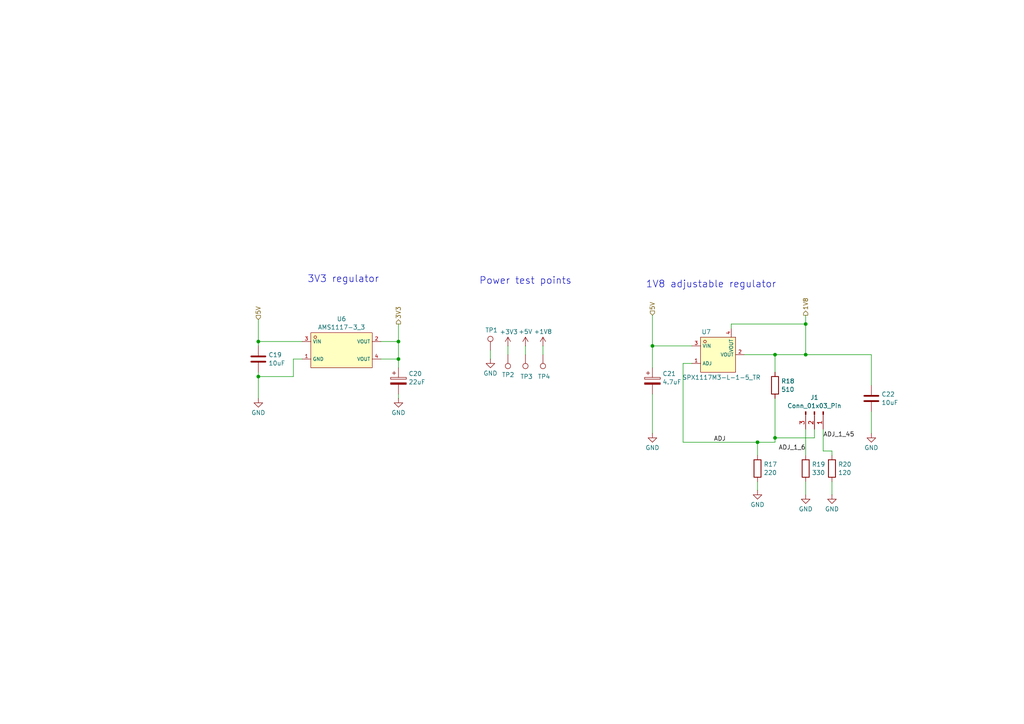
<source format=kicad_sch>
(kicad_sch (version 20231120) (generator "eeschema") (generator_version "8.0")
  (paper "A4")
  (title_block (date "2024-05-30") (rev "0.1"))
  (lib_symbols
    (symbol "Connector:Conn_01x03_Pin" (pin_names (offset 1.016) hide)
      (property "Reference" "J" (at 0 5.08 0))
      (property "Value" "Conn_01x03_Pin" (at 0 -5.08 0))
      (symbol "Conn_01x03_Pin_1_1"
        (polyline (pts (xy 1.27 -2.54) (xy 0.8636 -2.54)) (stroke (width 0.1524)))
        (polyline (pts (xy 1.27 0) (xy 0.8636 0)) (stroke (width 0.1524)))
        (polyline (pts (xy 1.27 2.54) (xy 0.8636 2.54)) (stroke (width 0.1524)))
        (rectangle (start 0.8636 -2.413) (end 0 -2.667) (stroke (width 0.1524)) (fill (type outline)))
        (rectangle (start 0.8636 0.127) (end 0 -0.127) (stroke (width 0.1524)) (fill (type outline)))
        (rectangle (start 0.8636 2.667) (end 0 2.413) (stroke (width 0.1524)) (fill (type outline)))
        (pin passive line (at 5.08 2.54 180) (length 3.81) (name "Pin_1") (number "1"))
        (pin passive line (at 5.08 0 180) (length 3.81) (name "Pin_2") (number "2"))
        (pin passive line (at 5.08 -2.54 180) (length 3.81) (name "Pin_3") (number "3"))
      )
    )
    (symbol "Connector:TestPoint" (pin_numbers hide) (pin_names (offset 0.762) hide)
      (property "Reference" "TP" (at 0 6.858 0))
      (property "Value" "TestPoint" (at 0 5.08 0))
      (symbol "TestPoint_0_1"
        (circle (center 0 3.302) (radius 0.762))
      )
      (symbol "TestPoint_1_1"
        (pin passive line (at 0 0 90) (length 2.54) (name "1") (number "1"))
      )
    )
    (symbol "Device:C" (pin_numbers hide) (pin_names (offset 0.254))
      (property "Reference" "C" (at 0.635 2.54 0))
      (property "Value" "C" (at 0.635 -2.54 0))
      (symbol "C_0_1"
        (polyline (pts (xy -2.032 -0.762) (xy 2.032 -0.762)) (stroke (width 0.508)))
        (polyline (pts (xy -2.032 0.762) (xy 2.032 0.762)) (stroke (width 0.508)))
      )
      (symbol "C_1_1"
        (pin passive line (at 0 3.81 270) (length 2.794) (name "~") (number "1"))
        (pin passive line (at 0 -3.81 90) (length 2.794) (name "~") (number "2"))
      )
    )
    (symbol "Device:C_Polarized" (pin_numbers hide) (pin_names (offset 0.254))
      (property "Reference" "C" (at 0.635 2.54 0))
      (property "Value" "C_Polarized" (at 0.635 -2.54 0))
      (symbol "C_Polarized_0_1"
        (rectangle (start -2.286 0.508) (end 2.286 1.016))
        (polyline (pts (xy -1.778 2.286) (xy -0.762 2.286)))
        (polyline (pts (xy -1.27 2.794) (xy -1.27 1.778)))
        (rectangle (start 2.286 -0.508) (end -2.286 -1.016) (fill (type outline)))
      )
      (symbol "C_Polarized_1_1"
        (pin passive line (at 0 3.81 270) (length 2.794) (name "~") (number "1"))
        (pin passive line (at 0 -3.81 90) (length 2.794) (name "~") (number "2"))
      )
    )
    (symbol "Device:R" (pin_numbers hide) (pin_names (offset 0))
      (property "Reference" "R" (at 2.032 0 90))
      (property "Value" "R" (at 0 0 90))
      (symbol "R_0_1"
        (rectangle (start -1.016 -2.54) (end 1.016 2.54) (stroke (width 0.254)))
      )
      (symbol "R_1_1"
        (pin passive line (at 0 3.81 270) (length 1.27) (name "~") (number "1"))
        (pin passive line (at 0 -3.81 90) (length 1.27) (name "~") (number "2"))
      )
    )
    (symbol "easy_eda:AMS1117-3_3"
      (property "Reference" "U" (at 0 1.27 0))
      (property "Value" "AMS1117-3_3" (at 0 -2.54 0))
      (symbol "AMS1117-3_3_0_1"
        (rectangle (start -8.89 5.08) (end 8.89 -5.08) (fill (type background)))
        (circle (center -7.62 3.81) (radius 0.381) (fill (type background)))
      )
      (symbol "AMS1117-3_3_1_1"
        (pin power_in line (at -11.43 -2.54 0) (length 2.54) (name "GND") (number "1"))
        (pin power_out line (at 11.43 2.54 180) (length 2.54) (name "VOUT") (number "2"))
        (pin power_in line (at -11.43 2.54 0) (length 2.54) (name "VIN") (number "3"))
        (pin passive line (at 11.43 -2.54 180) (length 2.54) (name "VOUT") (number "4"))
      )
    )
    (symbol "easy_eda:SPX1117M3-L-1-5_TR"
      (property "Reference" "U" (at 0 1.27 0))
      (property "Value" "SPX1117M3-L-1-5_TR" (at 0.254 -6.604 0))
      (symbol "SPX1117M3-L-1-5_TR_0_1"
        (rectangle (start -5.08 5.08) (end 5.08 -5.08) (fill (type background)))
        (circle (center -3.81 3.81) (radius 0.381) (fill (type background)))
      )
      (symbol "SPX1117M3-L-1-5_TR_1_1"
        (pin passive line (at -7.62 -2.54 0) (length 2.54) (name "ADJ") (number "1"))
        (pin power_out line (at 7.62 0 180) (length 2.54) (name "VOUT") (number "2"))
        (pin power_in line (at -7.62 2.54 0) (length 2.54) (name "VIN") (number "3"))
        (pin passive line (at 3.81 7.62 270) (length 2.54) (name "VOUT") (number "4"))
      )
    )
    (symbol "power:+1V8" (power) (pin_numbers hide) (pin_names (offset 0) hide)
      (property "Value" "+1V8" (at 0 3.556 0))
      (symbol "+1V8_0_1"
        (polyline (pts (xy -0.762 1.27) (xy 0 2.54)))
        (polyline (pts (xy 0 0) (xy 0 2.54)))
        (polyline (pts (xy 0 2.54) (xy 0.762 1.27)))
      )
      (symbol "+1V8_1_1"
        (pin power_in line (at 0 0 90) (length 0) (name "~") (number "1"))
      )
    )
    (symbol "power:+3V3" (power) (pin_numbers hide) (pin_names (offset 0) hide)
      (property "Value" "+3V3" (at 0 3.556 0))
      (symbol "+3V3_0_1"
        (polyline (pts (xy -0.762 1.27) (xy 0 2.54)))
        (polyline (pts (xy 0 0) (xy 0 2.54)))
        (polyline (pts (xy 0 2.54) (xy 0.762 1.27)))
      )
      (symbol "+3V3_1_1"
        (pin power_in line (at 0 0 90) (length 0) (name "~") (number "1"))
      )
    )
    (symbol "power:+5V" (power) (pin_numbers hide) (pin_names (offset 0) hide)
      (property "Value" "+5V" (at 0 3.556 0))
      (symbol "+5V_0_1"
        (polyline (pts (xy -0.762 1.27) (xy 0 2.54)))
        (polyline (pts (xy 0 0) (xy 0 2.54)))
        (polyline (pts (xy 0 2.54) (xy 0.762 1.27)))
      )
      (symbol "+5V_1_1"
        (pin power_in line (at 0 0 90) (length 0) (name "~") (number "1"))
      )
    )
    (symbol "power:GND" (power) (pin_numbers hide) (pin_names (offset 0) hide)
      (property "Value" "GND" (at 0 -3.81 0))
      (symbol "GND_0_1"
        (polyline (pts (xy 0 0) (xy 0 -1.27) (xy 1.27 -1.27) (xy 0 -2.54) (xy -1.27 -1.27) (xy 0 -1.27)))
      )
      (symbol "GND_1_1"
        (pin power_in line (at 0 0 270) (length 0) (name "~") (number "1"))
      )
    )
  )
  (junction (at 224.79 127))
  (junction (at 224.79 102.87))
  (junction (at 233.68 93.98))
  (junction (at 189.23 100.33))
  (junction (at 219.71 128.27))
  (junction (at 233.68 102.87))
  (junction (at 74.93 109.22))
  (junction (at 115.57 104.14))
  (junction (at 74.93 99.06))
  (junction (at 115.57 99.06))
  (wire (pts (xy 142.24 101.6) (xy 142.24 104.14)))
  (wire (pts (xy 215.9 102.87) (xy 224.79 102.87)))
  (wire (pts (xy 110.49 99.06) (xy 115.57 99.06)))
  (wire (pts (xy 74.93 115.57) (xy 74.93 109.22)))
  (wire (pts (xy 147.32 100.33) (xy 147.32 102.87)))
  (wire (pts (xy 152.4 100.33) (xy 152.4 102.87)))
  (wire (pts (xy 224.79 102.87) (xy 224.79 107.95)))
  (wire (pts (xy 219.71 128.27) (xy 219.71 132.08)))
  (wire (pts (xy 219.71 139.7) (xy 219.71 142.24)))
  (wire (pts (xy 236.22 127) (xy 236.22 124.46)))
  (wire (pts (xy 233.68 102.87) (xy 224.79 102.87)))
  (wire (pts (xy 74.93 109.22) (xy 85.09 109.22)))
  (wire (pts (xy 219.71 128.27) (xy 224.79 128.27)))
  (wire (pts (xy 233.68 102.87) (xy 252.73 102.87)))
  (wire (pts (xy 224.79 115.57) (xy 224.79 127)))
  (wire (pts (xy 233.68 139.7) (xy 233.68 143.51)))
  (wire (pts (xy 74.93 109.22) (xy 74.93 107.95)))
  (wire (pts (xy 74.93 99.06) (xy 74.93 100.33)))
  (wire (pts (xy 85.09 109.22) (xy 85.09 104.14)))
  (wire (pts (xy 224.79 127) (xy 224.79 128.27)))
  (wire (pts (xy 212.09 93.98) (xy 212.09 95.25)))
  (wire (pts (xy 189.23 100.33) (xy 200.66 100.33)))
  (wire (pts (xy 85.09 104.14) (xy 87.63 104.14)))
  (wire (pts (xy 252.73 119.38) (xy 252.73 125.73)))
  (wire (pts (xy 189.23 106.68) (xy 189.23 100.33)))
  (wire (pts (xy 74.93 92.71) (xy 74.93 99.06)))
  (wire (pts (xy 189.23 91.44) (xy 189.23 100.33)))
  (wire (pts (xy 110.49 104.14) (xy 115.57 104.14)))
  (wire (pts (xy 198.12 105.41) (xy 198.12 128.27)))
  (wire (pts (xy 198.12 128.27) (xy 219.71 128.27)))
  (wire (pts (xy 115.57 114.3) (xy 115.57 115.57)))
  (wire (pts (xy 241.3 139.7) (xy 241.3 143.51)))
  (wire (pts (xy 224.79 127) (xy 236.22 127)))
  (wire (pts (xy 115.57 93.98) (xy 115.57 99.06)))
  (wire (pts (xy 233.68 124.46) (xy 233.68 132.08)))
  (wire (pts (xy 198.12 105.41) (xy 200.66 105.41)))
  (wire (pts (xy 157.48 100.33) (xy 157.48 102.87)))
  (wire (pts (xy 233.68 91.44) (xy 233.68 93.98)))
  (wire (pts (xy 115.57 99.06) (xy 115.57 104.14)))
  (wire (pts (xy 189.23 125.73) (xy 189.23 114.3)))
  (wire (pts (xy 115.57 104.14) (xy 115.57 106.68)))
  (wire (pts (xy 252.73 102.87) (xy 252.73 111.76)))
  (wire (pts (xy 238.76 130.81) (xy 241.3 130.81)))
  (wire (pts (xy 74.93 99.06) (xy 87.63 99.06)))
  (wire (pts (xy 212.09 93.98) (xy 233.68 93.98)))
  (wire (pts (xy 233.68 93.98) (xy 233.68 102.87)))
  (wire (pts (xy 241.3 130.81) (xy 241.3 132.08)))
  (wire (pts (xy 238.76 124.46) (xy 238.76 130.81)))
  (text "1V8 adjustable regulator" (at 206.248 82.55 0) (effects (font (size 2 2))))
  (text "Power test points" (at 152.4 81.534 0) (effects (font (size 2 2))))
  (text "3V3 regulator" (at 99.568 81.026 0) (effects (font (size 2 2))))
  (label "ADJ_1_6" (at 233.68 130.81 180))
  (label "ADJ_1_45" (at 238.76 127 0))
  (label "ADJ" (at 207.01 128.27 0))
  (hierarchical_label "3V3" (shape output) (at 115.57 93.98 90))
  (hierarchical_label "5V" (shape input) (at 189.23 91.44 90))
  (hierarchical_label "1V8" (shape output) (at 233.68 91.44 90))
  (hierarchical_label "5V" (shape input) (at 74.93 92.71 90))
  (symbol (lib_id "Connector:TestPoint") (at 142.24 101.6 0) (unit 1)
    (property "Reference" "TP1" (at 140.716 95.758 0) (effects (justify left)))
    (property "Value" "TestPoint" (effects (hide yes)))
    (property "Footprint" "TestPoint:TestPoint_Pad_D2.0mm" (effects (hide yes)))
    (property "Description" "test point" (effects (hide yes)))
  )
  (symbol (lib_id "Connector:TestPoint") (at 147.32 102.87 180) (unit 1)
    (property "Reference" "TP2" (at 145.542 108.712 0) (effects (justify right)))
    (property "Value" "TestPoint" (effects (hide yes)))
    (property "Footprint" "TestPoint:TestPoint_Pad_D2.0mm" (effects (hide yes)))
    (property "Description" "test point" (effects (hide yes)))
  )
  (symbol (lib_id "Device:C_Polarized") (at 115.57 110.49 0) (unit 1)
    (property "Reference" "C20" (at 118.491 108.3888 0) (effects (justify left)))
    (property "Value" "22uF" (at 118.491 110.8131 0) (effects (justify left)))
    (property "Footprint" "easy_eda:CASE-A_3216" (effects (hide yes)))
    (property "Description" "Polarized capacitor" (effects (hide yes)))
  )
  (symbol (lib_id "power:+3V3") (at 147.32 100.33 0) (unit 1)
    (property "Reference" "#PWR075" (effects (hide yes)))
    (property "Value" "+3V3" (at 147.574 96.266 0))
    (property "Description" "Power symbol creates a global label with name \"+3V3\"" (effects (hide yes)))
  )
  (symbol (lib_id "power:GND") (at 189.23 125.73 0) (unit 1)
    (property "Reference" "#PWR049" (effects (hide yes)))
    (property "Value" "GND" (at 189.23 129.8631 0))
    (property "Description" "Power symbol creates a global label with name \"GND\" , ground" (effects (hide yes)))
  )
  (symbol (lib_id "easy_eda:AMS1117-3_3") (at 99.06 101.6 0) (unit 1)
    (property "Reference" "U6" (at 99.06 92.5025 0))
    (property "Value" "AMS1117-3_3" (at 99.06 94.9268 0))
    (property "Footprint" "easy_eda:SOT-223-3_L6.5-W3.4-P2.30-LS7.0-BR" (effects (hide yes)))
    (property "Datasheet" "https://www.lcsc.com/datasheet/lcsc_datasheet_2304140030_Advanced-Monolithic-Systems-AMS1117-3-3_C6186.pdf" (effects (hide yes)))
    (property "LCSC" "C6186" (effects (hide yes)))
  )
  (symbol (lib_id "power:GND") (at 142.24 104.14 0) (unit 1)
    (property "Reference" "#PWR074" (effects (hide yes)))
    (property "Value" "GND" (at 142.24 108.2731 0))
    (property "Description" "Power symbol creates a global label with name \"GND\" , ground" (effects (hide yes)))
  )
  (symbol (lib_id "Device:R") (at 224.79 111.76 0) (unit 1)
    (property "Reference" "R18" (at 226.568 110.5478 0) (effects (justify left)))
    (property "Value" "510" (at 226.568 112.9721 0) (effects (justify left)))
    (property "Footprint" "Resistor_SMD:R_0805_2012Metric" (effects (hide yes)))
    (property "Description" "Resistor" (effects (hide yes)))
  )
  (symbol (lib_id "Connector:TestPoint") (at 157.48 102.87 180) (unit 1)
    (property "Reference" "TP4" (at 155.956 109.22 0) (effects (justify right)))
    (property "Value" "TestPoint" (effects (hide yes)))
    (property "Footprint" "TestPoint:TestPoint_Pad_D2.0mm" (effects (hide yes)))
    (property "Description" "test point" (effects (hide yes)))
  )
  (symbol (lib_id "Device:C") (at 252.73 115.57 0) (unit 1)
    (property "Reference" "C22" (at 255.651 114.3578 0) (effects (justify left)))
    (property "Value" "10uF" (at 255.651 116.7821 0) (effects (justify left)))
    (property "Footprint" "Capacitor_SMD:C_0805_2012Metric" (effects (hide yes)))
    (property "Description" "Unpolarized capacitor" (effects (hide yes)))
  )
  (symbol (lib_id "power:GND") (at 219.71 142.24 0) (unit 1)
    (property "Reference" "#PWR050" (effects (hide yes)))
    (property "Value" "GND" (at 219.71 146.3731 0))
    (property "Description" "Power symbol creates a global label with name \"GND\" , ground" (effects (hide yes)))
  )
  (symbol (lib_id "power:+5V") (at 152.4 100.33 0) (unit 1)
    (property "Reference" "#PWR076" (effects (hide yes)))
    (property "Value" "+5V" (at 152.4 96.1969 0))
    (property "Description" "Power symbol creates a global label with name \"+5V\"" (effects (hide yes)))
  )
  (symbol (lib_id "Device:R") (at 241.3 135.89 0) (unit 1)
    (property "Reference" "R20" (at 243.078 134.6778 0) (effects (justify left)))
    (property "Value" "120" (at 243.078 137.1021 0) (effects (justify left)))
    (property "Footprint" "Resistor_SMD:R_0805_2012Metric" (effects (hide yes)))
    (property "Description" "Resistor" (effects (hide yes)))
  )
  (symbol (lib_id "power:GND") (at 252.73 125.73 0) (unit 1)
    (property "Reference" "#PWR053" (effects (hide yes)))
    (property "Value" "GND" (at 252.73 129.8631 0))
    (property "Description" "Power symbol creates a global label with name \"GND\" , ground" (effects (hide yes)))
  )
  (symbol (lib_id "Device:R") (at 219.71 135.89 0) (unit 1)
    (property "Reference" "R17" (at 221.488 134.6778 0) (effects (justify left)))
    (property "Value" "220" (at 221.488 137.1021 0) (effects (justify left)))
    (property "Footprint" "Resistor_SMD:R_0805_2012Metric" (effects (hide yes)))
    (property "Description" "Resistor" (effects (hide yes)))
  )
  (symbol (lib_id "power:+1V8") (at 157.48 100.33 0) (unit 1)
    (property "Reference" "#PWR077" (effects (hide yes)))
    (property "Value" "+1V8" (at 157.48 96.1969 0))
    (property "Description" "Power symbol creates a global label with name \"+1V8\"" (effects (hide yes)))
  )
  (symbol (lib_id "Connector:TestPoint") (at 152.4 102.87 180) (unit 1)
    (property "Reference" "TP3" (at 150.876 109.22 0) (effects (justify right)))
    (property "Value" "TestPoint" (effects (hide yes)))
    (property "Footprint" "TestPoint:TestPoint_Pad_D2.0mm" (effects (hide yes)))
    (property "Description" "test point" (effects (hide yes)))
  )
  (symbol (lib_id "power:GND") (at 74.93 115.57 0) (unit 1)
    (property "Reference" "#PWR047" (effects (hide yes)))
    (property "Value" "GND" (at 74.93 119.7031 0))
    (property "Description" "Power symbol creates a global label with name \"GND\" , ground" (effects (hide yes)))
  )
  (symbol (lib_id "Connector:Conn_01x03_Pin") (at 236.22 119.38 270) (unit 1)
    (property "Reference" "J1" (at 236.22 115.2863 90))
    (property "Value" "Conn_01x03_Pin" (at 236.22 117.7106 90))
    (property "Footprint" "Connector_PinHeader_2.54mm:PinHeader_1x03_P2.54mm_Vertical" (effects (hide yes)))
    (property "Description" "Generic connector, single row, 01x03, script generated" (effects (hide yes)))
  )
  (symbol (lib_id "Device:C_Polarized") (at 189.23 110.49 0) (unit 1)
    (property "Reference" "C21" (at 192.151 108.3888 0) (effects (justify left)))
    (property "Value" "4.7uF" (at 192.151 110.8131 0) (effects (justify left)))
    (property "Footprint" "easy_eda:CASE-A_3216" (effects (hide yes)))
    (property "Description" "Polarized capacitor" (effects (hide yes)))
  )
  (symbol (lib_id "power:GND") (at 233.68 143.51 0) (unit 1)
    (property "Reference" "#PWR051" (effects (hide yes)))
    (property "Value" "GND" (at 233.68 147.6431 0))
    (property "Description" "Power symbol creates a global label with name \"GND\" , ground" (effects (hide yes)))
  )
  (symbol (lib_id "power:GND") (at 115.57 115.57 0) (unit 1)
    (property "Reference" "#PWR048" (effects (hide yes)))
    (property "Value" "GND" (at 115.57 119.7031 0))
    (property "Description" "Power symbol creates a global label with name \"GND\" , ground" (effects (hide yes)))
  )
  (symbol (lib_id "Device:C") (at 74.93 104.14 0) (unit 1)
    (property "Reference" "C19" (at 77.851 102.9278 0) (effects (justify left)))
    (property "Value" "10uF" (at 77.851 105.3521 0) (effects (justify left)))
    (property "Footprint" "Capacitor_SMD:C_0805_2012Metric" (effects (hide yes)))
    (property "Description" "Unpolarized capacitor" (effects (hide yes)))
  )
  (symbol (lib_id "easy_eda:SPX1117M3-L-1-5_TR") (at 208.28 102.87 0) (unit 1)
    (property "Reference" "U7" (at 203.454 96.266 0) (effects (justify left)))
    (property "Value" "SPX1117M3-L-1-5_TR" (at 197.866 109.474 0) (effects (justify left)))
    (property "Footprint" "easy_eda:SOT-223-4_L6.5-W3.5-P2.30-LS7.0-BR" (effects (hide yes)))
    (property "Datasheet" "https://item.szlcsc.com/410724.html" (effects (hide yes)))
    (property "LCSC" "C517962" (effects (hide yes)))
  )
  (symbol (lib_id "power:GND") (at 241.3 143.51 0) (unit 1)
    (property "Reference" "#PWR052" (effects (hide yes)))
    (property "Value" "GND" (at 241.3 147.6431 0))
    (property "Description" "Power symbol creates a global label with name \"GND\" , ground" (effects (hide yes)))
  )
  (symbol (lib_id "Device:R") (at 233.68 135.89 0) (unit 1)
    (property "Reference" "R19" (at 235.458 134.6778 0) (effects (justify left)))
    (property "Value" "330" (at 235.458 137.1021 0) (effects (justify left)))
    (property "Footprint" "Resistor_SMD:R_0805_2012Metric" (effects (hide yes)))
    (property "Description" "Resistor" (effects (hide yes)))
  )
)
</source>
